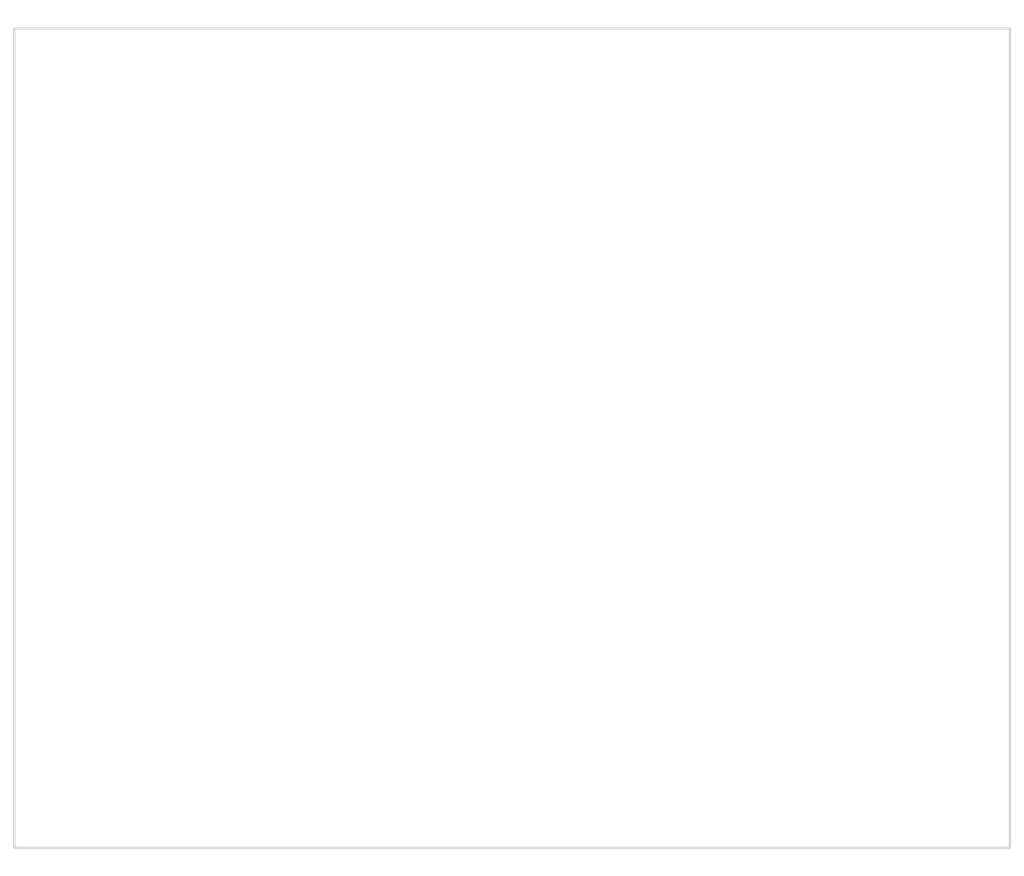
<source format=kicad_pcb>
(kicad_pcb (version 20221018) (generator pcbnew)

  (general
    (thickness 1.6)
  )

  (paper "USLetter")
  (layers
    (0 "F.Cu" signal)
    (31 "B.Cu" signal)
    (32 "B.Adhes" user "B.Adhesive")
    (33 "F.Adhes" user "F.Adhesive")
    (34 "B.Paste" user)
    (35 "F.Paste" user)
    (36 "B.SilkS" user "B.Silkscreen")
    (37 "F.SilkS" user "F.Silkscreen")
    (38 "B.Mask" user)
    (39 "F.Mask" user)
    (40 "Dwgs.User" user "User.Drawings")
    (41 "Cmts.User" user "User.Comments")
    (42 "Eco1.User" user "User.Eco1")
    (43 "Eco2.User" user "User.Eco2")
    (44 "Edge.Cuts" user)
    (45 "Margin" user)
    (46 "B.CrtYd" user "B.Courtyard")
    (47 "F.CrtYd" user "F.Courtyard")
    (48 "B.Fab" user)
    (49 "F.Fab" user)
    (50 "User.1" user)
    (51 "User.2" user)
    (52 "User.3" user)
    (53 "User.4" user)
    (54 "User.5" user)
    (55 "User.6" user)
    (56 "User.7" user)
    (57 "User.8" user)
    (58 "User.9" user)
  )

  (setup
    (stackup
      (layer "F.SilkS" (type "Top Silk Screen"))
      (layer "F.Paste" (type "Top Solder Paste"))
      (layer "F.Mask" (type "Top Solder Mask") (thickness 0.01))
      (layer "F.Cu" (type "copper") (thickness 0.035))
      (layer "dielectric 1" (type "core") (thickness 1.51) (material "FR4") (epsilon_r 4.5) (loss_tangent 0.02))
      (layer "B.Cu" (type "copper") (thickness 0.035))
      (layer "B.Mask" (type "Bottom Solder Mask") (thickness 0.01))
      (layer "B.Paste" (type "Bottom Solder Paste"))
      (layer "B.SilkS" (type "Bottom Silk Screen"))
      (copper_finish "None")
      (dielectric_constraints no)
    )
    (pad_to_mask_clearance 0)
    (aux_axis_origin 20 20)
    (grid_origin 20 20)
    (pcbplotparams
      (layerselection 0x00010fc_ffffffff)
      (plot_on_all_layers_selection 0x0000000_00000000)
      (disableapertmacros false)
      (usegerberextensions false)
      (usegerberattributes true)
      (usegerberadvancedattributes true)
      (creategerberjobfile true)
      (dashed_line_dash_ratio 12.000000)
      (dashed_line_gap_ratio 3.000000)
      (svgprecision 4)
      (plotframeref false)
      (viasonmask false)
      (mode 1)
      (useauxorigin false)
      (hpglpennumber 1)
      (hpglpenspeed 20)
      (hpglpendiameter 15.000000)
      (dxfpolygonmode true)
      (dxfimperialunits true)
      (dxfusepcbnewfont true)
      (psnegative false)
      (psa4output false)
      (plotreference true)
      (plotvalue true)
      (plotinvisibletext false)
      (sketchpadsonfab false)
      (subtractmaskfromsilk false)
      (outputformat 1)
      (mirror false)
      (drillshape 0)
      (scaleselection 1)
      (outputdirectory "")
    )
  )

  (net 0 "")

  (gr_rect locked (start 20 20) (end 107.5 92)
    (stroke (width 0.2) (type default)) (fill none) (layer "Edge.Cuts") (tstamp 86b1ff45-2082-46bd-9c7f-bd443e600339))
  (gr_rect locked (start 18.75 17.5) (end 108.75 94.5)
    (stroke (width 0.01) (type default)) (fill none) (layer "Margin") (tstamp 1e079792-6ba7-4d74-b5d5-b41b35d2a17c))
  (gr_rect locked (start 23.1 23.1) (end 104.4 88.9)
    (stroke (width 0.01) (type dash)) (fill none) (layer "B.Fab") (tstamp 6a8b1cf2-1a05-45d7-9455-40454c008cd7))
  (gr_rect locked (start 21.2 21.2) (end 106.3 90.8)
    (stroke (width 0.01) (type dash)) (fill none) (layer "F.Fab") (tstamp cdfb55bd-a3e5-40ef-89a9-c8ca9105300d))

)

</source>
